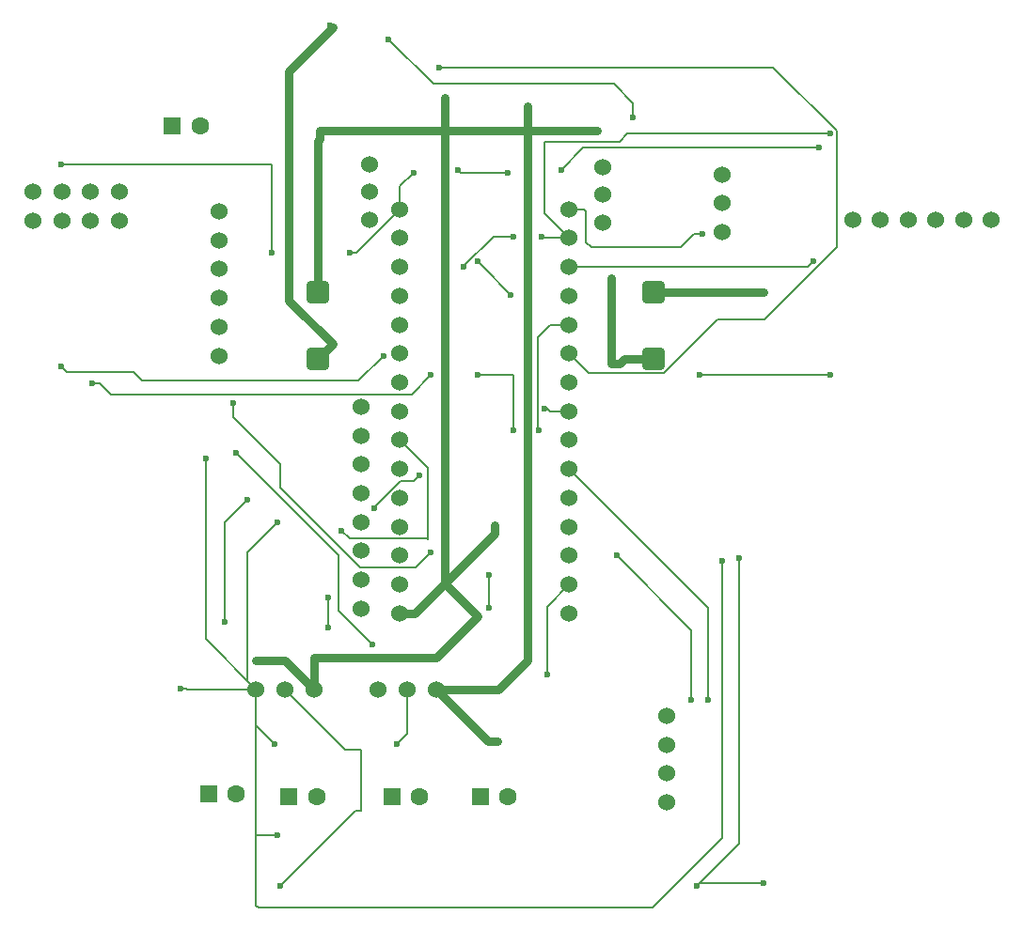
<source format=gbr>
%TF.GenerationSoftware,KiCad,Pcbnew,8.0.0*%
%TF.CreationDate,2025-03-20T21:29:13+05:30*%
%TF.ProjectId,Final_PCB_Schematic,46696e61-6c5f-4504-9342-5f536368656d,rev?*%
%TF.SameCoordinates,Original*%
%TF.FileFunction,Copper,L2,Bot*%
%TF.FilePolarity,Positive*%
%FSLAX46Y46*%
G04 Gerber Fmt 4.6, Leading zero omitted, Abs format (unit mm)*
G04 Created by KiCad (PCBNEW 8.0.0) date 2025-03-20 21:29:13*
%MOMM*%
%LPD*%
G01*
G04 APERTURE LIST*
G04 Aperture macros list*
%AMRoundRect*
0 Rectangle with rounded corners*
0 $1 Rounding radius*
0 $2 $3 $4 $5 $6 $7 $8 $9 X,Y pos of 4 corners*
0 Add a 4 corners polygon primitive as box body*
4,1,4,$2,$3,$4,$5,$6,$7,$8,$9,$2,$3,0*
0 Add four circle primitives for the rounded corners*
1,1,$1+$1,$2,$3*
1,1,$1+$1,$4,$5*
1,1,$1+$1,$6,$7*
1,1,$1+$1,$8,$9*
0 Add four rect primitives between the rounded corners*
20,1,$1+$1,$2,$3,$4,$5,0*
20,1,$1+$1,$4,$5,$6,$7,0*
20,1,$1+$1,$6,$7,$8,$9,0*
20,1,$1+$1,$8,$9,$2,$3,0*%
G04 Aperture macros list end*
%TA.AperFunction,ComponentPad*%
%ADD10R,1.600000X1.600000*%
%TD*%
%TA.AperFunction,ComponentPad*%
%ADD11C,1.600000*%
%TD*%
%TA.AperFunction,ComponentPad*%
%ADD12C,1.524000*%
%TD*%
%TA.AperFunction,SMDPad,CuDef*%
%ADD13RoundRect,0.328084X-0.671916X0.671916X-0.671916X-0.671916X0.671916X-0.671916X0.671916X0.671916X0*%
%TD*%
%TA.AperFunction,SMDPad,CuDef*%
%ADD14RoundRect,0.328084X0.671916X-0.671916X0.671916X0.671916X-0.671916X0.671916X-0.671916X-0.671916X0*%
%TD*%
%TA.AperFunction,ViaPad*%
%ADD15C,0.600000*%
%TD*%
%TA.AperFunction,Conductor*%
%ADD16C,0.200000*%
%TD*%
%TA.AperFunction,Conductor*%
%ADD17C,0.800000*%
%TD*%
G04 APERTURE END LIST*
D10*
%TO.P,C4,1*%
%TO.N,/3.3V*%
X105000000Y-64500000D03*
D11*
%TO.P,C4,2*%
%TO.N,GND*%
X107500000Y-64500000D03*
%TD*%
D12*
%TO.P,U11,1,CS*%
%TO.N,/D10*%
X166250000Y-73000000D03*
%TO.P,U11,2,SCK*%
%TO.N,/SCK*%
X168750000Y-73000000D03*
%TO.P,U11,3,MOSI*%
%TO.N,/MOSI*%
X171250000Y-73000000D03*
%TO.P,U11,4,MISO*%
%TO.N,/MISO*%
X173750000Y-73000000D03*
%TO.P,U11,5,VCC*%
%TO.N,/5Vin*%
X176250000Y-73000000D03*
%TO.P,U11,6,GND*%
%TO.N,GND*%
X178750000Y-73000000D03*
%TD*%
D10*
%TO.P,C2,1*%
%TO.N,+12V*%
X108250000Y-124750000D03*
D11*
%TO.P,C2,2*%
%TO.N,GND*%
X110750000Y-124750000D03*
%TD*%
D12*
%TO.P,U15,1,PWM*%
%TO.N,/PWM2*%
X143750000Y-73250000D03*
%TO.P,U15,2,VCC*%
%TO.N,unconnected-(U15-VCC-Pad2)*%
X143750000Y-70750000D03*
%TO.P,U15,3,GND*%
%TO.N,GND*%
X143750000Y-68250000D03*
%TD*%
%TO.P,U7,1,IN*%
%TO.N,+12V*%
X117750000Y-115356000D03*
%TO.P,U7,2,GND*%
%TO.N,GND*%
X115150000Y-115356000D03*
%TO.P,U7,3,OUT*%
%TO.N,/5Vin*%
X112550000Y-115356000D03*
%TD*%
D10*
%TO.P,C3,1*%
%TO.N,+12V*%
X132750000Y-125000000D03*
D11*
%TO.P,C3,2*%
%TO.N,GND*%
X135250000Y-125000000D03*
%TD*%
D12*
%TO.P,U8,1,PWM*%
%TO.N,/PWM1*%
X122750000Y-68000000D03*
%TO.P,U8,2,VCC*%
%TO.N,unconnected-(U8-VCC-Pad2)*%
X122750000Y-70500000D03*
%TO.P,U8,3,GND*%
%TO.N,GND*%
X122750000Y-73000000D03*
%TD*%
%TO.P,U5,1,EN*%
%TO.N,unconnected-(U5-EN-Pad1)*%
X109250000Y-72250000D03*
%TO.P,U5,2,VCC*%
%TO.N,/5Vin*%
X109250000Y-74850000D03*
%TO.P,U5,3,GND*%
%TO.N,GND*%
X109250000Y-77450000D03*
%TO.P,U5,4,TX*%
%TO.N,/D1*%
X109250000Y-80050000D03*
%TO.P,U5,5,RX*%
%TO.N,/D0*%
X109250000Y-82650000D03*
%TO.P,U5,6,STATE*%
%TO.N,unconnected-(U5-STATE-Pad6)*%
X109250000Y-85250000D03*
%TD*%
%TO.P,U4,1,GND*%
%TO.N,GND*%
X154500000Y-68900000D03*
%TO.P,U4,2,OUT*%
%TO.N,/OUT*%
X154500000Y-71500000D03*
%TO.P,U4,3,Vcc*%
%TO.N,/5Vin*%
X154500000Y-74100000D03*
%TD*%
%TO.P,U3,1,Vcc*%
%TO.N,/5Vin*%
X122000000Y-89850000D03*
%TO.P,U3,2,3.3V*%
%TO.N,/3.3V*%
X122000000Y-92450000D03*
%TO.P,U3,3,GND*%
%TO.N,GND*%
X122000000Y-95050000D03*
%TO.P,U3,4,SCL*%
%TO.N,/SCL*%
X122000000Y-97650000D03*
%TO.P,U3,5,SDA*%
%TO.N,/SDA*%
X122000000Y-100250000D03*
%TO.P,U3,6,FSYNC*%
%TO.N,unconnected-(U3-FSYNC-Pad6)*%
X122000000Y-102850000D03*
%TO.P,U3,7,INTA*%
%TO.N,unconnected-(U3-INTA-Pad7)*%
X122000000Y-105450000D03*
%TO.P,U3,8,DRDY*%
%TO.N,unconnected-(U3-DRDY-Pad8)*%
X122000000Y-108050000D03*
%TD*%
%TO.P,U1,1,D0/TX*%
%TO.N,/D0*%
X140750000Y-108450000D03*
%TO.P,U1,2,D1/RX*%
%TO.N,/D1*%
X140750000Y-105850000D03*
%TO.P,U1,3,RST*%
%TO.N,unconnected-(U1-RST-Pad3)*%
X140750000Y-103250000D03*
%TO.P,U1,4,GND*%
%TO.N,unconnected-(U1-GND-Pad4)*%
X140750000Y-100650000D03*
%TO.P,U1,5,D2*%
%TO.N,unconnected-(U1-D2-Pad5)*%
X140750000Y-98050000D03*
%TO.P,U1,6,D3*%
%TO.N,Net-(U1-D3)*%
X140750000Y-95450000D03*
%TO.P,U1,7,D4*%
%TO.N,Net-(U1-D4)*%
X140750000Y-92850000D03*
%TO.P,U1,8,D5*%
%TO.N,/PWM1*%
X140750000Y-90250000D03*
%TO.P,U1,9,D6*%
%TO.N,/OUT*%
X140750000Y-87650000D03*
%TO.P,U1,10,D7*%
%TO.N,/CE*%
X140750000Y-85050000D03*
%TO.P,U1,11,D8*%
%TO.N,/CNS*%
X140750000Y-82450000D03*
%TO.P,U1,12,D9*%
%TO.N,/PWM2*%
X140750000Y-79850000D03*
%TO.P,U1,13,D10*%
%TO.N,/D10*%
X140750000Y-77250000D03*
%TO.P,U1,14,D11*%
%TO.N,/MOSI*%
X140750000Y-74650000D03*
%TO.P,U1,15,D12*%
%TO.N,/MISO*%
X140750000Y-72050000D03*
%TO.P,U1,16,Vin*%
%TO.N,+12V*%
X125510000Y-108450000D03*
%TO.P,U1,17,GND*%
%TO.N,GND*%
X125510000Y-105850000D03*
%TO.P,U1,18,RST*%
%TO.N,unconnected-(U1-RST-Pad18)*%
X125510000Y-103250000D03*
%TO.P,U1,19,5V*%
%TO.N,unconnected-(U1-5V-Pad19)*%
X125510000Y-100650000D03*
%TO.P,U1,20,A7*%
%TO.N,unconnected-(U1-A7-Pad20)*%
X125510000Y-98050000D03*
%TO.P,U1,21,A6*%
%TO.N,unconnected-(U1-A6-Pad21)*%
X125510000Y-95450000D03*
%TO.P,U1,22,A5*%
%TO.N,/SCL*%
X125510000Y-92850000D03*
%TO.P,U1,23,A4*%
%TO.N,/SDA*%
X125510000Y-90250000D03*
%TO.P,U1,24,A3*%
%TO.N,unconnected-(U1-A3-Pad24)*%
X125510000Y-87650000D03*
%TO.P,U1,25,A2*%
%TO.N,unconnected-(U1-A2-Pad25)*%
X125510000Y-85050000D03*
%TO.P,U1,26,A1*%
%TO.N,unconnected-(U1-A1-Pad26)*%
X125510000Y-82450000D03*
%TO.P,U1,27,A0*%
%TO.N,unconnected-(U1-A0-Pad27)*%
X125510000Y-79850000D03*
%TO.P,U1,28,AREF*%
%TO.N,unconnected-(U1-AREF-Pad28)*%
X125510000Y-77250000D03*
%TO.P,U1,29,3V3*%
%TO.N,unconnected-(U1-3V3-Pad29)*%
X125510000Y-74650000D03*
%TO.P,U1,30,D13*%
%TO.N,/SCK*%
X125510000Y-72050000D03*
%TD*%
%TO.P,U2,1,GND*%
%TO.N,GND*%
X149500000Y-125500000D03*
%TO.P,U2,2,TX*%
%TO.N,Net-(U1-D3)*%
X149500000Y-122900000D03*
%TO.P,U2,3,RX*%
%TO.N,Net-(U1-D4)*%
X149500000Y-120300000D03*
%TO.P,U2,4,VCC*%
%TO.N,/5Vin*%
X149500000Y-117700000D03*
%TD*%
D10*
%TO.P,C5,1*%
%TO.N,/3.3V*%
X124794888Y-125000000D03*
D11*
%TO.P,C5,2*%
%TO.N,GND*%
X127294888Y-125000000D03*
%TD*%
D12*
%TO.P,U14,1,Vin*%
%TO.N,+12V*%
X128750000Y-115356000D03*
%TO.P,U14,2,Vout*%
%TO.N,/3.3V*%
X126150000Y-115356000D03*
%TO.P,U14,3,GND*%
%TO.N,GND*%
X123550000Y-115356000D03*
%TD*%
D10*
%TO.P,C1,1*%
%TO.N,/5Vin*%
X115500000Y-125000000D03*
D11*
%TO.P,C1,2*%
%TO.N,GND*%
X118000000Y-125000000D03*
%TD*%
D12*
%TO.P,U6,1,GND*%
%TO.N,GND*%
X100250000Y-70500000D03*
%TO.P,U6,2,VCC*%
%TO.N,/3.3V*%
X100250000Y-73100000D03*
%TO.P,U6,3,CE*%
%TO.N,/CE*%
X97650000Y-70500000D03*
%TO.P,U6,4,CNS*%
%TO.N,/CNS*%
X97650000Y-73100000D03*
%TO.P,U6,5,SCK*%
%TO.N,/SCK*%
X95050000Y-70500000D03*
%TO.P,U6,6,MOSI*%
%TO.N,/MOSI*%
X95050000Y-73100000D03*
%TO.P,U6,7,MISO*%
%TO.N,/MISO*%
X92450000Y-70500000D03*
%TO.P,U6,8,IRQ*%
%TO.N,unconnected-(U6-IRQ-Pad8)*%
X92450000Y-73100000D03*
%TD*%
D13*
%TO.P,U9,1,+12V*%
%TO.N,+12V*%
X118125000Y-79500000D03*
%TO.P,U9,2,GND*%
%TO.N,GND*%
X118125000Y-85500000D03*
%TD*%
D14*
%TO.P,U10,1,+12V*%
%TO.N,+12V*%
X148375000Y-85500000D03*
%TO.P,U10,2,GND*%
%TO.N,GND*%
X148375000Y-79500000D03*
%TD*%
D15*
%TO.N,/5Vin*%
X114250000Y-120250000D03*
X114500000Y-100250000D03*
X108000000Y-94500000D03*
X105750000Y-115250000D03*
X154500000Y-103750000D03*
X114500000Y-128500000D03*
%TO.N,GND*%
X158250000Y-132750000D03*
X111750000Y-98250000D03*
X109750000Y-109250000D03*
X156000000Y-103500000D03*
X114750000Y-133000000D03*
X158250000Y-79500000D03*
X119250000Y-55500000D03*
X119000000Y-109750000D03*
X119000000Y-107000000D03*
X152250000Y-133000000D03*
%TO.N,+12V*%
X143250000Y-65000000D03*
X144500000Y-78250000D03*
X134000000Y-100500000D03*
X137000000Y-62750000D03*
X129500000Y-62000000D03*
X112500000Y-112750000D03*
X134250000Y-120000000D03*
%TO.N,/3.3V*%
X125250000Y-120250000D03*
%TO.N,/SCK*%
X95000000Y-68000000D03*
X135250000Y-68750000D03*
X126750000Y-68750000D03*
X163250000Y-66500000D03*
X114000000Y-76000000D03*
X140000000Y-68500000D03*
X121000000Y-76000000D03*
X130750000Y-68500000D03*
%TO.N,/D1*%
X123000000Y-111250000D03*
X110750000Y-94000000D03*
X138750000Y-114000000D03*
%TO.N,/CE*%
X129000000Y-59250000D03*
%TO.N,/MISO*%
X124500000Y-56750000D03*
X146500000Y-63750000D03*
X164250000Y-87000000D03*
X152500000Y-87000000D03*
X152750000Y-74250000D03*
%TO.N,/D10*%
X162750000Y-76750000D03*
%TO.N,Net-(U1-D3)*%
X153250000Y-116250000D03*
%TO.N,/CNS*%
X135750000Y-92000000D03*
X132500000Y-87000000D03*
X138000000Y-92000000D03*
X128250000Y-87000000D03*
X97750000Y-87750000D03*
%TO.N,/SDA*%
X123150000Y-99000000D03*
X127250000Y-96000000D03*
%TO.N,/PWM1*%
X135500000Y-79750000D03*
X138500000Y-90000000D03*
X132500000Y-76750000D03*
%TO.N,/SCL*%
X120250000Y-101000000D03*
%TO.N,Net-(U1-D4)*%
X151750000Y-116250000D03*
X145000000Y-103250000D03*
%TO.N,/MOSI*%
X135750000Y-74500000D03*
X124000000Y-85250000D03*
X131250000Y-77250000D03*
X138250000Y-74500000D03*
X164250000Y-65250000D03*
X95000000Y-86250000D03*
%TO.N,/D0*%
X110500000Y-89500000D03*
X133500000Y-105000000D03*
X128250000Y-103000000D03*
X133500000Y-108000000D03*
%TD*%
D16*
%TO.N,/5Vin*%
X106250000Y-115250000D02*
X106356000Y-115356000D01*
X148250000Y-135000000D02*
X112750000Y-135000000D01*
X112550000Y-134800000D02*
X112550000Y-128500000D01*
X111800000Y-114606000D02*
X112550000Y-115356000D01*
X114500000Y-100250000D02*
X111800000Y-102950000D01*
X114500000Y-128500000D02*
X112550000Y-128500000D01*
X112550000Y-118550000D02*
X112550000Y-115356000D01*
X106356000Y-115356000D02*
X112550000Y-115356000D01*
X154500000Y-128750000D02*
X148250000Y-135000000D01*
X112550000Y-128500000D02*
X112550000Y-115356000D01*
X154500000Y-103750000D02*
X154500000Y-128750000D01*
X112750000Y-135000000D02*
X112550000Y-134800000D01*
X114250000Y-120250000D02*
X112550000Y-118550000D01*
X111800000Y-102950000D02*
X111800000Y-114606000D01*
X108000000Y-110806000D02*
X112550000Y-115356000D01*
X105750000Y-115250000D02*
X106250000Y-115250000D01*
X108000000Y-94500000D02*
X108000000Y-110806000D01*
D17*
%TO.N,GND*%
X115500000Y-59600000D02*
X115500000Y-80275000D01*
D16*
X121500000Y-126250000D02*
X122000000Y-126250000D01*
X119000000Y-107000000D02*
X119000000Y-109750000D01*
X120544000Y-120750000D02*
X115150000Y-115356000D01*
X152500000Y-132750000D02*
X152250000Y-133000000D01*
X119250000Y-55500000D02*
X119425000Y-55675000D01*
X114750000Y-133000000D02*
X121500000Y-126250000D01*
X156000000Y-129250000D02*
X152500000Y-132750000D01*
X158250000Y-132750000D02*
X152500000Y-132750000D01*
D17*
X119425000Y-55675000D02*
X115500000Y-59600000D01*
D16*
X156000000Y-103500000D02*
X156000000Y-129250000D01*
X109750000Y-100250000D02*
X109750000Y-109250000D01*
X111750000Y-98250000D02*
X109750000Y-100250000D01*
D17*
X119425000Y-84200000D02*
X118125000Y-85500000D01*
X158250000Y-79500000D02*
X148375000Y-79500000D01*
D16*
X122000000Y-120750000D02*
X120544000Y-120750000D01*
X122000000Y-126250000D02*
X122000000Y-120750000D01*
D17*
X115500000Y-80275000D02*
X119425000Y-84200000D01*
%TO.N,+12V*%
X115144000Y-112750000D02*
X117750000Y-115356000D01*
X145750000Y-85500000D02*
X148375000Y-85500000D01*
X137000000Y-62750000D02*
X137000000Y-112750000D01*
X126800000Y-108450000D02*
X125510000Y-108450000D01*
X134250000Y-120000000D02*
X133394000Y-120000000D01*
X134000000Y-101250000D02*
X126800000Y-108450000D01*
X117750000Y-112500000D02*
X117750000Y-115356000D01*
X134394000Y-115356000D02*
X128750000Y-115356000D01*
X118250000Y-65000000D02*
X118250000Y-65750000D01*
X144500000Y-86000000D02*
X145250000Y-86000000D01*
X145250000Y-86000000D02*
X145750000Y-85500000D01*
X118250000Y-65750000D02*
X118125000Y-65875000D01*
X118125000Y-65875000D02*
X118125000Y-79500000D01*
X143250000Y-65000000D02*
X118250000Y-65000000D01*
X112500000Y-112750000D02*
X115144000Y-112750000D01*
X133394000Y-120000000D02*
X128750000Y-115356000D01*
X132500000Y-108750000D02*
X128750000Y-112500000D01*
X134000000Y-100500000D02*
X134000000Y-101250000D01*
X144500000Y-78250000D02*
X144500000Y-86000000D01*
X129500000Y-105750000D02*
X132500000Y-108750000D01*
X137000000Y-112750000D02*
X134394000Y-115356000D01*
X128750000Y-112500000D02*
X117750000Y-112500000D01*
X129500000Y-62000000D02*
X129500000Y-105750000D01*
D16*
%TO.N,/3.3V*%
X125250000Y-120250000D02*
X126150000Y-119350000D01*
X126150000Y-119350000D02*
X126150000Y-115356000D01*
%TO.N,/SCK*%
X114000000Y-68000000D02*
X114000000Y-76000000D01*
X121000000Y-76000000D02*
X121560000Y-76000000D01*
X125510000Y-69990000D02*
X125510000Y-72050000D01*
X142000000Y-66500000D02*
X140000000Y-68500000D01*
X135250000Y-68750000D02*
X131000000Y-68750000D01*
X131000000Y-68750000D02*
X130750000Y-68500000D01*
X163250000Y-66500000D02*
X142000000Y-66500000D01*
X95000000Y-68000000D02*
X114000000Y-68000000D01*
X126750000Y-68750000D02*
X125510000Y-69990000D01*
X121560000Y-76000000D02*
X125510000Y-72050000D01*
%TO.N,/D1*%
X110750000Y-94000000D02*
X120000000Y-103250000D01*
X138750000Y-107850000D02*
X140750000Y-105850000D01*
X138750000Y-114000000D02*
X138750000Y-107850000D01*
X120000000Y-107750000D02*
X120000000Y-108250000D01*
X120000000Y-103250000D02*
X120000000Y-107750000D01*
X120000000Y-108250000D02*
X123000000Y-111250000D01*
%TO.N,/CE*%
X149307076Y-86800000D02*
X142500000Y-86800000D01*
X164850000Y-65001471D02*
X164850000Y-75498529D01*
X164850000Y-75498529D02*
X158348529Y-82000000D01*
X129000000Y-59250000D02*
X159098529Y-59250000D01*
X158348529Y-82000000D02*
X154107076Y-82000000D01*
X159098529Y-59250000D02*
X164850000Y-65001471D01*
X142500000Y-86800000D02*
X140750000Y-85050000D01*
X154107076Y-82000000D02*
X149307076Y-86800000D01*
%TO.N,/MISO*%
X124500000Y-56750000D02*
X128500000Y-60750000D01*
X142250000Y-75000000D02*
X142250000Y-72250000D01*
X144750000Y-60750000D02*
X146500000Y-62500000D01*
X142250000Y-72250000D02*
X142050000Y-72050000D01*
X152000000Y-74250000D02*
X150750000Y-75500000D01*
X142750000Y-75500000D02*
X142250000Y-75000000D01*
X164250000Y-87000000D02*
X152500000Y-87000000D01*
X146500000Y-62500000D02*
X146500000Y-63750000D01*
X152750000Y-74250000D02*
X152000000Y-74250000D01*
X150750000Y-75500000D02*
X142750000Y-75500000D01*
X142050000Y-72050000D02*
X140750000Y-72050000D01*
X128500000Y-60750000D02*
X144750000Y-60750000D01*
%TO.N,/D10*%
X162750000Y-76750000D02*
X162250000Y-77250000D01*
X162250000Y-77250000D02*
X140750000Y-77250000D01*
%TO.N,Net-(U1-D3)*%
X153250000Y-107950000D02*
X140750000Y-95450000D01*
X153250000Y-116250000D02*
X153250000Y-107950000D01*
%TO.N,/CNS*%
X97750000Y-87750000D02*
X98500000Y-87750000D01*
X138000000Y-92000000D02*
X137900000Y-91900000D01*
X126538000Y-88712000D02*
X128250000Y-87000000D01*
X99462000Y-88712000D02*
X126538000Y-88712000D01*
X132500000Y-87000000D02*
X135000000Y-87000000D01*
X137900000Y-91900000D02*
X137900000Y-83600000D01*
X139050000Y-82450000D02*
X140750000Y-82450000D01*
X98500000Y-87750000D02*
X99462000Y-88712000D01*
X137900000Y-83600000D02*
X139050000Y-82450000D01*
X135750000Y-87000000D02*
X135750000Y-92000000D01*
X135000000Y-87000000D02*
X135750000Y-87000000D01*
%TO.N,/SDA*%
X123150000Y-98908105D02*
X125546105Y-96512000D01*
X126738000Y-96512000D02*
X127250000Y-96000000D01*
X125546105Y-96512000D02*
X126738000Y-96512000D01*
X123150000Y-99000000D02*
X123150000Y-98908105D01*
%TO.N,/PWM1*%
X132500000Y-76750000D02*
X133000000Y-77250000D01*
X133000000Y-77250000D02*
X135500000Y-79750000D01*
X138500000Y-90000000D02*
X138750000Y-90000000D01*
X139000000Y-90250000D02*
X140750000Y-90250000D01*
X138750000Y-90000000D02*
X139000000Y-90250000D01*
%TO.N,/SCL*%
X127962000Y-101712000D02*
X128000000Y-101750000D01*
X128000000Y-95340000D02*
X125510000Y-92850000D01*
X120250000Y-101000000D02*
X120962000Y-101712000D01*
X120962000Y-101712000D02*
X127962000Y-101712000D01*
X128000000Y-101750000D02*
X128000000Y-95340000D01*
%TO.N,Net-(U1-D4)*%
X151750000Y-110000000D02*
X145000000Y-103250000D01*
X151750000Y-116250000D02*
X151750000Y-110000000D01*
%TO.N,/MOSI*%
X102250000Y-87500000D02*
X121250000Y-87500000D01*
X133901471Y-74500000D02*
X135750000Y-74500000D01*
X95000000Y-86250000D02*
X95500000Y-86750000D01*
X101500000Y-86750000D02*
X102250000Y-87500000D01*
X95500000Y-86750000D02*
X101500000Y-86750000D01*
X138250000Y-74500000D02*
X138400000Y-74650000D01*
X131250000Y-77250000D02*
X131250000Y-77151471D01*
X145250000Y-66000000D02*
X138500000Y-66000000D01*
X138400000Y-74650000D02*
X140750000Y-74650000D01*
X146000000Y-65250000D02*
X145250000Y-66000000D01*
X121750000Y-87500000D02*
X124000000Y-85250000D01*
X131250000Y-77151471D02*
X133901471Y-74500000D01*
X121250000Y-87500000D02*
X121750000Y-87500000D01*
X138500000Y-72400000D02*
X140750000Y-74650000D01*
X164250000Y-65250000D02*
X146000000Y-65250000D01*
X138500000Y-66000000D02*
X138500000Y-72400000D01*
%TO.N,/D0*%
X110500000Y-89500000D02*
X110500000Y-90750000D01*
X133500000Y-105000000D02*
X133500000Y-105500000D01*
X126938000Y-104312000D02*
X128250000Y-103000000D01*
X110500000Y-90750000D02*
X114750000Y-95000000D01*
X114750000Y-95000000D02*
X114750000Y-97101895D01*
X133500000Y-105500000D02*
X133500000Y-108000000D01*
X121960105Y-104312000D02*
X126938000Y-104312000D01*
X114750000Y-97101895D02*
X121960105Y-104312000D01*
%TD*%
M02*

</source>
